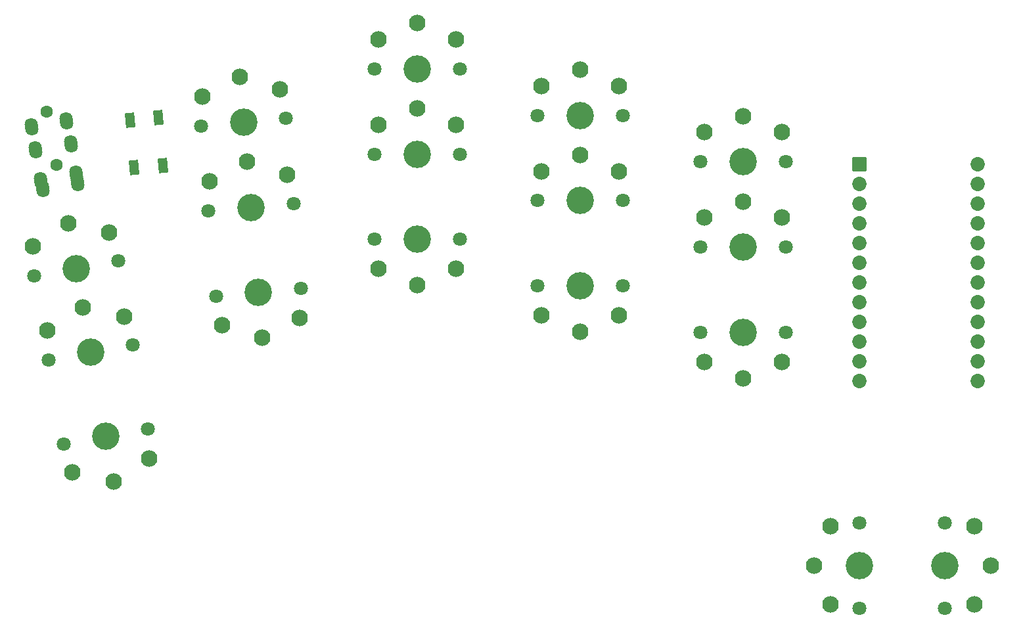
<source format=gbr>
%TF.GenerationSoftware,KiCad,Pcbnew,6.99.0-1.20220203gita970acd.fc35*%
%TF.CreationDate,2022-02-04T17:37:59+01:00*%
%TF.ProjectId,b34rclaw,62333472-636c-4617-972e-6b696361645f,v1.0.0*%
%TF.SameCoordinates,Original*%
%TF.FileFunction,Soldermask,Top*%
%TF.FilePolarity,Negative*%
%FSLAX46Y46*%
G04 Gerber Fmt 4.6, Leading zero omitted, Abs format (unit mm)*
G04 Created by KiCad (PCBNEW 6.99.0-1.20220203gita970acd.fc35) date 2022-02-04 17:37:59*
%MOMM*%
%LPD*%
G01*
G04 APERTURE LIST*
G04 Aperture macros list*
%AMRoundRect*
0 Rectangle with rounded corners*
0 $1 Rounding radius*
0 $2 $3 $4 $5 $6 $7 $8 $9 X,Y pos of 4 corners*
0 Add a 4 corners polygon primitive as box body*
4,1,4,$2,$3,$4,$5,$6,$7,$8,$9,$2,$3,0*
0 Add four circle primitives for the rounded corners*
1,1,$1+$1,$2,$3*
1,1,$1+$1,$4,$5*
1,1,$1+$1,$6,$7*
1,1,$1+$1,$8,$9*
0 Add four rect primitives between the rounded corners*
20,1,$1+$1,$2,$3,$4,$5,0*
20,1,$1+$1,$4,$5,$6,$7,0*
20,1,$1+$1,$6,$7,$8,$9,0*
20,1,$1+$1,$8,$9,$2,$3,0*%
%AMHorizOval*
0 Thick line with rounded ends*
0 $1 width*
0 $2 $3 position (X,Y) of the first rounded end (center of the circle)*
0 $4 $5 position (X,Y) of the second rounded end (center of the circle)*
0 Add line between two ends*
20,1,$1,$2,$3,$4,$5,0*
0 Add two circle primitives to create the rounded ends*
1,1,$1,$2,$3*
1,1,$1,$4,$5*%
G04 Aperture macros list end*
%ADD10RoundRect,0.050000X-0.876300X0.876300X-0.876300X-0.876300X0.876300X-0.876300X0.876300X0.876300X0*%
%ADD11C,1.852600*%
%ADD12RoundRect,0.050000X0.626347X-0.848640X0.469467X0.944511X-0.626347X0.848640X-0.469467X-0.944511X0*%
%ADD13C,1.801800*%
%ADD14C,3.529000*%
%ADD15C,2.132000*%
%ADD16C,1.600000*%
%ADD17HorizOval,1.700000X-0.052094X0.295442X0.052094X-0.295442X0*%
G04 APERTURE END LIST*
D10*
%TO.C,MCU1*%
X255450000Y-105660000D03*
D11*
X255450000Y-108200000D03*
X255450000Y-110740000D03*
X255450000Y-113280000D03*
X255450000Y-115820000D03*
X255450000Y-118360000D03*
X255450000Y-120900000D03*
X255450000Y-123440000D03*
X255450000Y-125980000D03*
X255450000Y-128520000D03*
X255450000Y-131060000D03*
X255450000Y-133600000D03*
X270690000Y-105660000D03*
X270690000Y-108200000D03*
X270690000Y-110740000D03*
X270690000Y-113280000D03*
X270690000Y-115820000D03*
X270690000Y-118360000D03*
X270690000Y-120900000D03*
X270690000Y-123440000D03*
X270690000Y-125980000D03*
X270690000Y-128520000D03*
X270690000Y-131060000D03*
X270690000Y-133600000D03*
%TD*%
D12*
%TO.C,B1*%
X162003223Y-106119442D03*
X161462857Y-99943035D03*
X165689143Y-105796965D03*
X165148777Y-99620558D03*
%TD*%
D13*
%TO.C,S12*%
X213990000Y-99350000D03*
D14*
X219490000Y-99350000D03*
D13*
X224990000Y-99350000D03*
D15*
X214490000Y-95550000D03*
X224490000Y-95550000D03*
X219490000Y-93450000D03*
X219490000Y-93450000D03*
%TD*%
D13*
%TO.C,S13*%
X245990000Y-127350000D03*
D14*
X240490000Y-127350000D03*
D13*
X234990000Y-127350000D03*
D15*
X245490000Y-131150000D03*
X235490000Y-131150000D03*
X240490000Y-133250000D03*
X240490000Y-133250000D03*
%TD*%
D13*
%TO.C,S7*%
X203990000Y-115350000D03*
D14*
X198490000Y-115350000D03*
D13*
X192990000Y-115350000D03*
D15*
X203490000Y-119150000D03*
X193490000Y-119150000D03*
X198490000Y-121250000D03*
X198490000Y-121250000D03*
%TD*%
D13*
%TO.C,S2*%
X150996526Y-130865402D03*
D14*
X156412969Y-129910337D03*
D13*
X161829412Y-128955272D03*
D15*
X150829067Y-127036308D03*
X160677145Y-125299827D03*
X155388445Y-124099971D03*
X155388445Y-124099971D03*
%TD*%
D13*
%TO.C,S3*%
X149086396Y-120032517D03*
D14*
X154502839Y-119077452D03*
D13*
X159919282Y-118122387D03*
D15*
X148918937Y-116203423D03*
X158767015Y-114466942D03*
X153478315Y-113267086D03*
X153478315Y-113267086D03*
%TD*%
D13*
%TO.C,S11*%
X213990000Y-110350000D03*
D14*
X219490000Y-110350000D03*
D13*
X224990000Y-110350000D03*
D15*
X214490000Y-106550000D03*
X224490000Y-106550000D03*
X219490000Y-104450000D03*
X219490000Y-104450000D03*
%TD*%
D13*
%TO.C,S1*%
X163739542Y-139788157D03*
D14*
X158323099Y-140743222D03*
D13*
X152906656Y-141698287D03*
D15*
X163907001Y-143617251D03*
X154058923Y-145353732D03*
X159347623Y-146553588D03*
X159347623Y-146553588D03*
%TD*%
D13*
%TO.C,S6*%
X170609193Y-100724317D03*
D14*
X176088264Y-100244960D03*
D13*
X181567335Y-99765603D03*
D15*
X170776099Y-96895199D03*
X180738046Y-96023641D03*
X175574045Y-94367411D03*
X175574045Y-94367411D03*
%TD*%
D13*
%TO.C,S4*%
X183484761Y-121681887D03*
D14*
X178005690Y-122161244D03*
D13*
X172526619Y-122640601D03*
D15*
X183317855Y-125511005D03*
X173355908Y-126382563D03*
X178519909Y-128038793D03*
X178519909Y-128038793D03*
%TD*%
D13*
%TO.C,S9*%
X192990000Y-93350000D03*
D14*
X198490000Y-93350000D03*
D13*
X203990000Y-93350000D03*
D15*
X193490000Y-89550000D03*
X203490000Y-89550000D03*
X198490000Y-87450000D03*
X198490000Y-87450000D03*
%TD*%
D13*
%TO.C,S10*%
X224990000Y-121350000D03*
D14*
X219490000Y-121350000D03*
D13*
X213990000Y-121350000D03*
D15*
X224490000Y-125150000D03*
X214490000Y-125150000D03*
X219490000Y-127250000D03*
X219490000Y-127250000D03*
%TD*%
D13*
%TO.C,S15*%
X234990000Y-105350000D03*
D14*
X240490000Y-105350000D03*
D13*
X245990000Y-105350000D03*
D15*
X235490000Y-101550000D03*
X245490000Y-101550000D03*
X240490000Y-99450000D03*
X240490000Y-99450000D03*
%TD*%
D13*
%TO.C,S17*%
X266490000Y-151850000D03*
D14*
X266490000Y-157350000D03*
D13*
X266490000Y-162850000D03*
D15*
X270290000Y-152350000D03*
X270290000Y-162350000D03*
X272390000Y-157350000D03*
X272390000Y-157350000D03*
%TD*%
D13*
%TO.C,S16*%
X255490000Y-162850000D03*
D14*
X255490000Y-157350000D03*
D13*
X255490000Y-151850000D03*
D15*
X251690000Y-162350000D03*
X251690000Y-152350000D03*
X249590000Y-157350000D03*
X249590000Y-157350000D03*
%TD*%
D13*
%TO.C,S5*%
X171567906Y-111682459D03*
D14*
X177046977Y-111203102D03*
D13*
X182526048Y-110723745D03*
D15*
X171734812Y-107853341D03*
X181696759Y-106981783D03*
X176532758Y-105325553D03*
X176532758Y-105325553D03*
%TD*%
D13*
%TO.C,S8*%
X192990000Y-104350000D03*
D14*
X198490000Y-104350000D03*
D13*
X203990000Y-104350000D03*
D15*
X193490000Y-100550000D03*
X203490000Y-100550000D03*
X198490000Y-98450000D03*
X198490000Y-98450000D03*
%TD*%
D13*
%TO.C,S14*%
X234990000Y-116350000D03*
D14*
X240490000Y-116350000D03*
D13*
X245990000Y-116350000D03*
D15*
X235490000Y-112550000D03*
X245490000Y-112550000D03*
X240490000Y-110450000D03*
X240490000Y-110450000D03*
%TD*%
D16*
%TO.C,REF\u002A\u002A*%
X150757813Y-98869528D03*
X151973350Y-105763182D03*
D17*
X150177142Y-108821553D03*
X154707257Y-108022772D03*
X149986129Y-107738265D03*
X154516244Y-106939483D03*
X149291536Y-103799034D03*
X153821652Y-103000252D03*
X148770592Y-100844610D03*
X153300707Y-100045829D03*
%TD*%
M02*

</source>
